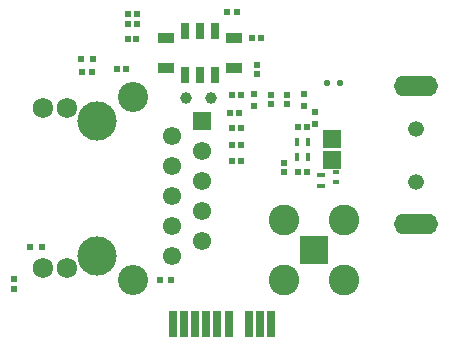
<source format=gbs>
G04*
G04 #@! TF.GenerationSoftware,Altium Limited,Altium Designer,21.6.4 (81)*
G04*
G04 Layer_Color=16711935*
%FSLAX44Y44*%
%MOMM*%
G71*
G04*
G04 #@! TF.SameCoordinates,BBD99886-0AEC-46FA-8170-3E0A894F067B*
G04*
G04*
G04 #@! TF.FilePolarity,Negative*
G04*
G01*
G75*
%ADD22R,0.4725X0.5153*%
%ADD26R,0.5725X0.6153*%
%ADD27R,0.4725X0.5811*%
%ADD29R,0.6000X0.5000*%
%ADD31R,0.5000X0.6000*%
%ADD33R,0.5153X0.4725*%
%ADD34C,1.0000*%
%ADD55R,0.6700X2.2450*%
%ADD56C,2.5510*%
%ADD57C,1.7260*%
%ADD58C,1.5540*%
%ADD59R,1.5540X1.5540*%
%ADD60C,3.3260*%
%ADD61C,2.6018*%
%ADD62R,2.4248X2.4248*%
%ADD63O,3.7360X1.7360*%
%ADD64C,1.3260*%
%ADD65C,0.5760*%
%ADD88R,0.5200X0.5200*%
%ADD89R,0.6153X0.5725*%
%ADD90R,0.5811X0.4725*%
%ADD93R,0.5596X0.5621*%
%ADD94R,1.5562X1.5544*%
%ADD95R,0.4500X0.6750*%
%ADD96R,0.6750X0.4500*%
%ADD97R,0.5000X0.4000*%
%ADD98R,1.3260X0.9260*%
%ADD99R,0.7260X1.3260*%
D22*
X821690Y654026D02*
D03*
Y646454D02*
D03*
X824230Y711176D02*
D03*
Y703604D02*
D03*
X810260Y711176D02*
D03*
Y703604D02*
D03*
D26*
X592750Y546964D02*
D03*
Y555536D02*
D03*
D27*
X798750Y729595D02*
D03*
Y736905D02*
D03*
D29*
X847500Y697250D02*
D03*
Y687250D02*
D03*
X796290Y702390D02*
D03*
Y712390D02*
D03*
X838200Y702390D02*
D03*
Y712390D02*
D03*
D31*
X649500Y742000D02*
D03*
X659500D02*
D03*
X716000Y554750D02*
D03*
X726000D02*
D03*
X616500Y582750D02*
D03*
X606500D02*
D03*
D33*
X794464Y760000D02*
D03*
X802036D02*
D03*
X777264Y711200D02*
D03*
X784836D02*
D03*
X775500Y696250D02*
D03*
X783071D02*
D03*
X840716Y684530D02*
D03*
X833144D02*
D03*
X777264Y669290D02*
D03*
X784836D02*
D03*
X777264Y655320D02*
D03*
X784836D02*
D03*
X833144Y646430D02*
D03*
X840716D02*
D03*
D34*
X759750Y708750D02*
D03*
X738250D02*
D03*
D55*
X727250Y517930D02*
D03*
X736662D02*
D03*
X746073D02*
D03*
X755485D02*
D03*
X764896D02*
D03*
X774308D02*
D03*
X791735D02*
D03*
X801146D02*
D03*
X810558D02*
D03*
D56*
X693440Y555010D02*
D03*
Y709910D02*
D03*
D57*
X617240Y564660D02*
D03*
X637540D02*
D03*
X617240Y700260D02*
D03*
X637540D02*
D03*
D58*
X726440Y575310D02*
D03*
X751840Y588010D02*
D03*
X726440Y600710D02*
D03*
X751840Y613410D02*
D03*
X726440Y626110D02*
D03*
X751840Y638810D02*
D03*
X726440Y651510D02*
D03*
X751840Y664210D02*
D03*
X726440Y676910D02*
D03*
D59*
X751840Y689610D02*
D03*
D60*
X662940Y575310D02*
D03*
Y689610D02*
D03*
D61*
X821350Y605900D02*
D03*
X872150D02*
D03*
X821350Y555100D02*
D03*
X872150D02*
D03*
D62*
X846750Y580500D02*
D03*
D63*
X933450Y601900D02*
D03*
Y718900D02*
D03*
D64*
Y637900D02*
D03*
Y682900D02*
D03*
D65*
X869100Y721360D02*
D03*
X858100D02*
D03*
D88*
X689000Y779750D02*
D03*
X697000D02*
D03*
D89*
X773214Y782000D02*
D03*
X781786D02*
D03*
X659036Y731000D02*
D03*
X650464D02*
D03*
D90*
X687155Y733750D02*
D03*
X679845D02*
D03*
X696655Y771750D02*
D03*
X689345D02*
D03*
X696155Y758500D02*
D03*
X688845D02*
D03*
D93*
X777038Y683260D02*
D03*
X785062D02*
D03*
D94*
X862330Y674239D02*
D03*
Y656721D02*
D03*
D95*
X832305Y671830D02*
D03*
X841555D02*
D03*
X832305Y659130D02*
D03*
X841555D02*
D03*
D96*
X852750Y634375D02*
D03*
Y643625D02*
D03*
D97*
X865250Y646000D02*
D03*
Y638000D02*
D03*
D98*
X779250Y759700D02*
D03*
X721750D02*
D03*
Y734300D02*
D03*
X779250D02*
D03*
D99*
X763200Y765750D02*
D03*
X750500D02*
D03*
X737800D02*
D03*
Y728250D02*
D03*
X750500D02*
D03*
X763200D02*
D03*
M02*

</source>
